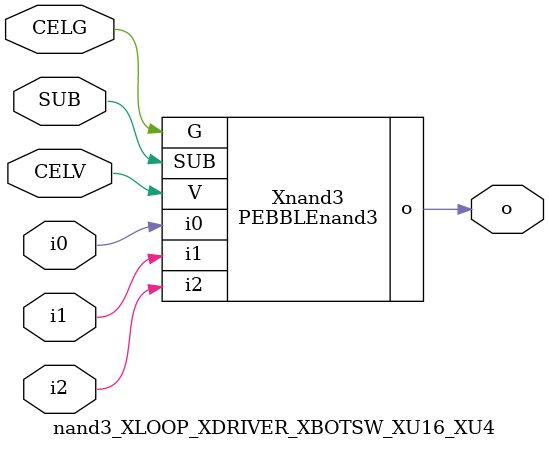
<source format=v>



module PEBBLEnand3 ( o, G, SUB, V, i0, i1, i2 );

  input i0;
  input V;
  input i2;
  input i1;
  input G;
  output o;
  input SUB;
endmodule

//Celera Confidential Do Not Copy nand3_XLOOP_XDRIVER_XBOTSW_XU16_XU4
//Celera Confidential Symbol Generator
//5V Inverter
module nand3_XLOOP_XDRIVER_XBOTSW_XU16_XU4 (CELV,CELG,i0,i1,i2,o,SUB);
input CELV;
input CELG;
input i0;
input i1;
input i2;
input SUB;
output o;

//Celera Confidential Do Not Copy nand3
PEBBLEnand3 Xnand3(
.V (CELV),
.i0 (i0),
.i1 (i1),
.i2 (i2),
.o (o),
.SUB (SUB),
.G (CELG)
);
//,diesize,PEBBLEnand3

//Celera Confidential Do Not Copy Module End
//Celera Schematic Generator
endmodule

</source>
